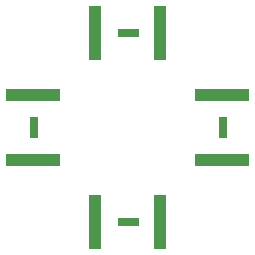
<source format=gbr>
%TF.GenerationSoftware,KiCad,Pcbnew,7.0.7*%
%TF.CreationDate,2024-01-18T12:20:32-05:00*%
%TF.ProjectId,LED_board,4c45445f-626f-4617-9264-2e6b69636164,rev?*%
%TF.SameCoordinates,Original*%
%TF.FileFunction,Paste,Top*%
%TF.FilePolarity,Positive*%
%FSLAX46Y46*%
G04 Gerber Fmt 4.6, Leading zero omitted, Abs format (unit mm)*
G04 Created by KiCad (PCBNEW 7.0.7) date 2024-01-18 12:20:32*
%MOMM*%
%LPD*%
G01*
G04 APERTURE LIST*
%ADD10C,0.010000*%
%ADD11R,1.000000X4.600000*%
%ADD12R,4.600000X1.000000*%
G04 APERTURE END LIST*
%TO.C,D2*%
D10*
X100850000Y-92315000D02*
X99150000Y-92315000D01*
X99150000Y-91685000D01*
X100850000Y-91685000D01*
X100850000Y-92315000D01*
G36*
X100850000Y-92315000D02*
G01*
X99150000Y-92315000D01*
X99150000Y-91685000D01*
X100850000Y-91685000D01*
X100850000Y-92315000D01*
G37*
%TO.C,D4*%
X108315000Y-100850000D02*
X107685000Y-100850000D01*
X107685000Y-99150000D01*
X108315000Y-99150000D01*
X108315000Y-100850000D01*
G36*
X108315000Y-100850000D02*
G01*
X107685000Y-100850000D01*
X107685000Y-99150000D01*
X108315000Y-99150000D01*
X108315000Y-100850000D01*
G37*
%TO.C,D1*%
X92315000Y-100850000D02*
X91685000Y-100850000D01*
X91685000Y-99150000D01*
X92315000Y-99150000D01*
X92315000Y-100850000D01*
G36*
X92315000Y-100850000D02*
G01*
X91685000Y-100850000D01*
X91685000Y-99150000D01*
X92315000Y-99150000D01*
X92315000Y-100850000D01*
G37*
%TO.C,D3*%
X100850000Y-108315000D02*
X99150000Y-108315000D01*
X99150000Y-107685000D01*
X100850000Y-107685000D01*
X100850000Y-108315000D01*
G36*
X100850000Y-108315000D02*
G01*
X99150000Y-108315000D01*
X99150000Y-107685000D01*
X100850000Y-107685000D01*
X100850000Y-108315000D01*
G37*
%TD*%
D11*
%TO.C,D2*%
X102750000Y-92000000D03*
X97250000Y-92000000D03*
%TD*%
D12*
%TO.C,D4*%
X108000000Y-97250000D03*
X108000000Y-102750000D03*
%TD*%
%TO.C,D1*%
X92000000Y-97250000D03*
X92000000Y-102750000D03*
%TD*%
D11*
%TO.C,D3*%
X102750000Y-108000000D03*
X97250000Y-108000000D03*
%TD*%
M02*

</source>
